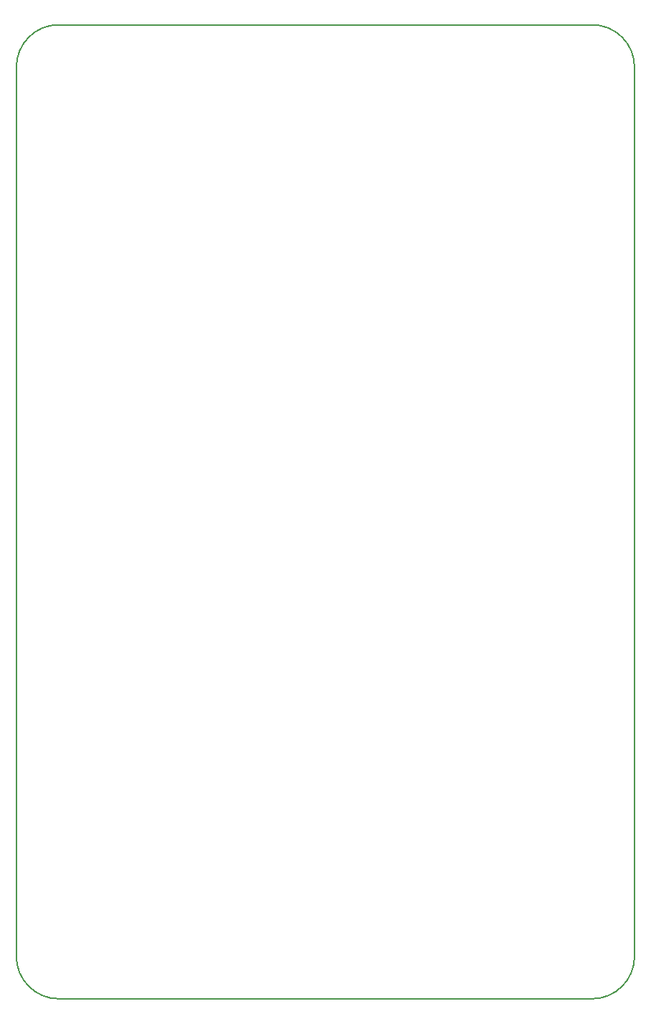
<source format=gbr>
%TF.GenerationSoftware,KiCad,Pcbnew,7.0.5*%
%TF.CreationDate,2023-09-04T17:01:56+02:00*%
%TF.ProjectId,mABoard,6d41426f-6172-4642-9e6b-696361645f70,rev?*%
%TF.SameCoordinates,Original*%
%TF.FileFunction,Profile,NP*%
%FSLAX46Y46*%
G04 Gerber Fmt 4.6, Leading zero omitted, Abs format (unit mm)*
G04 Created by KiCad (PCBNEW 7.0.5) date 2023-09-04 17:01:56*
%MOMM*%
%LPD*%
G01*
G04 APERTURE LIST*
%TA.AperFunction,Profile*%
%ADD10C,0.200000*%
%TD*%
G04 APERTURE END LIST*
D10*
X129000000Y-47790000D02*
G75*
G03*
X124000000Y-42790000I-5000000J0D01*
G01*
X129000000Y-152790000D02*
X129000000Y-47790000D01*
X56000000Y-152790000D02*
G75*
G03*
X61000000Y-157790000I5000000J0D01*
G01*
X124000000Y-42790000D02*
X61000000Y-42790000D01*
X61000000Y-157790000D02*
X124000000Y-157790000D01*
X56000000Y-47790000D02*
X56000000Y-152790000D01*
X124000000Y-157790000D02*
G75*
G03*
X129000000Y-152790000I0J5000000D01*
G01*
X61000000Y-42790000D02*
G75*
G03*
X56000000Y-47790000I0J-5000000D01*
G01*
M02*

</source>
